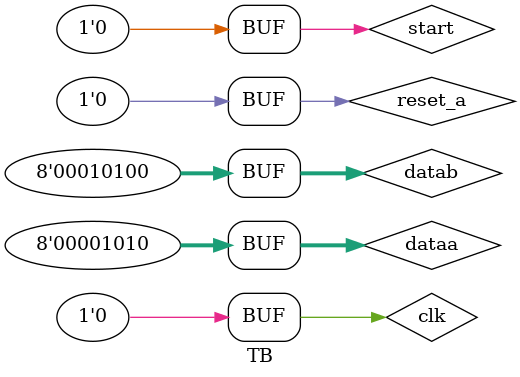
<source format=v>

module Top(input[7:0] dataa,datab,
           input start, reset_a,clk,
           output wire done_flag,
			  output wire[15:0] product8by8_out,
			  output wire  seg_a,seg_b,seg_c,seg_d,seg_e,seg_f,seg_g);


wire clk_ena,sclr_n;
			  
wire[1:0] count,sel,shift;

wire[2:0] state_out;			  

wire[7:0] product;

wire[15:0] shift_out,sum;

wire[3:0] aout,bout;		  
			  
mult_control mult_control_ins(.clk(clk),.reset_a(reset_a),.start(start),.count(count),.input_sel(sel),.shift_sel(shift),.done(done_flag),.state_out(state_out),.clk_ena(clk_ena),.sclr_n(sclr_n));


counter counter_ins(.clk(clk),.aclr_n(!start),.count_out(count));


shifter shifter_ins(.inp(product),.shift_cntrl(shift),.shift_out(shift_out));


adder adder_ins(.dataa(shift_out),.datab(product8by8_out),.sum(sum));


mult4x4 mult4x4_ins(.dataa(aout[3:0]),.datab(bout[3:0]),.product(product));


reg16 reg16_ins(.clk(clk),.sclr_n(sclr_n),.clk_ena(clk_ena),.datain(sum),.reg_out(product8by8_out));


mux4 mux4_ins1(.mux_in_a(dataa[3:0]),.mux_in_b(dataa[7:4]),.mux_sel(sel[1]),.mux_out(aout));


mux4 mux4_ins2(.mux_in_a(datab[3:0]),.mux_in_b(datab[7:4]),.mux_sel(sel[0]),.mux_out(bout));


seven_segment_cntrl seven_segment_cntrl_ins(.in(state_out),
                                            .seg_a(seg_a),
														  .seg_b(seg_b),
														  .seg_c(seg_c),
														  .seg_d(seg_d),
														  .seg_e(seg_e),
														  .seg_f(seg_f),
														  .seg_g(seg_g) );

endmodule 





module TB();



reg[7:0] dataa,datab;

reg start, reset_a,clk;

wire done_flag;

wire[15:0] product8by8_out;

wire seg_a,seg_b,seg_c,seg_d,seg_e,seg_f,seg_g;


initial begin 

reset_a=0;

#10

reset_a=1;
dataa=10;
datab=20;

#10

reset_a=0;


#10

clk=0;
start=1;

#10


  
  clk=1;
  
  #10
  
  clk=0;
  
  #10
  



  
  start=0;
  
  #10
  
  clk=1;
  
  #10
  
  clk=0;
  

  
  
  #10

  start=0;
  
  #10
  
  clk=1;
  
  #10
  
  clk=0;
  
  #10

  
  
  #10
   

  start=0;
  
  #10
  
  clk=1;
  
  #10
  
  clk=0;
  
  #10

  
  
  #10
  
  
  
  start=0;
  
  #10
  
  clk=1;
  
  #10
  
  clk=0;
  
  #10

  
  
  #10
  
  
  start=0;
 
  
   #10
  
  clk=1;
  
  #10
  
  clk=0;





end



Top Top_test(.dataa(dataa),
             .datab(datab),
				 .start(start),
				 .reset_a(reset_a),
				 .clk(clk),
				 .done_flag(done_flag),
				 .product8by8_out(product8by8_out),
				 .seg_a(seg_a),
				 .seg_b(seg_b),
				 .seg_c(seg_c),
				 .seg_d(seg_d),
				 .seg_e(seg_e),
				 .seg_f(seg_f),
				 .seg_g(seg_g) );


endmodule 

</source>
